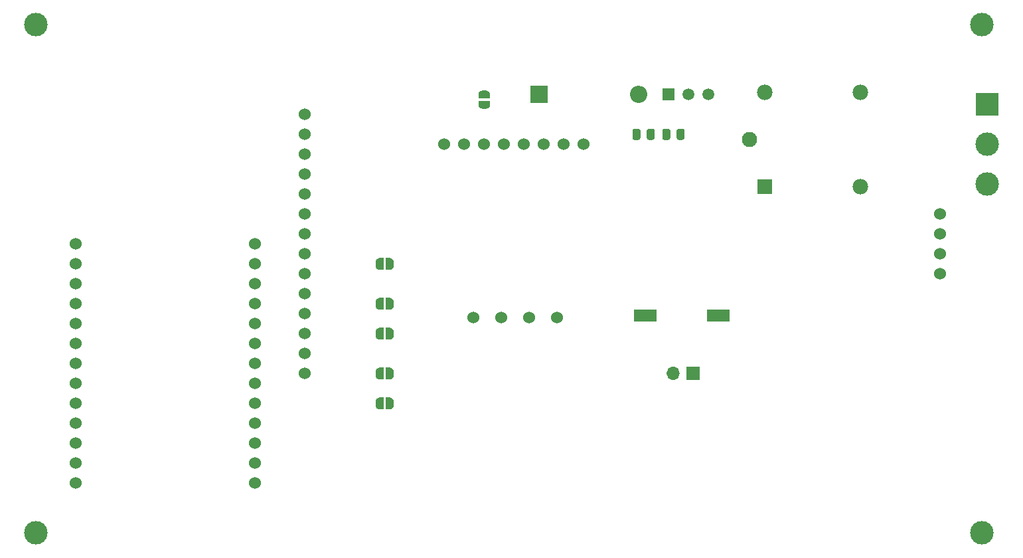
<source format=gbr>
%TF.GenerationSoftware,KiCad,Pcbnew,(5.1.12)-1*%
%TF.CreationDate,2021-12-29T18:15:49+01:00*%
%TF.ProjectId,esp32pcbheater,65737033-3270-4636-9268-65617465722e,rev?*%
%TF.SameCoordinates,Original*%
%TF.FileFunction,Soldermask,Bot*%
%TF.FilePolarity,Negative*%
%FSLAX46Y46*%
G04 Gerber Fmt 4.6, Leading zero omitted, Abs format (unit mm)*
G04 Created by KiCad (PCBNEW (5.1.12)-1) date 2021-12-29 18:15:49*
%MOMM*%
%LPD*%
G01*
G04 APERTURE LIST*
%ADD10R,3.000000X1.524000*%
%ADD11R,2.200000X2.200000*%
%ADD12O,2.200000X2.200000*%
%ADD13C,3.000000*%
%ADD14C,0.100000*%
%ADD15R,1.700000X1.700000*%
%ADD16O,1.700000X1.700000*%
%ADD17R,3.000000X3.000000*%
%ADD18R,1.980000X1.980000*%
%ADD19C,1.935000*%
%ADD20C,1.980000*%
%ADD21C,1.500000*%
%ADD22R,1.500000X1.500000*%
%ADD23C,1.524000*%
G04 APERTURE END LIST*
D10*
%TO.C,BZ1*%
X110744000Y-82753200D03*
X119989600Y-82753200D03*
%TD*%
D11*
%TO.C,D1*%
X97155000Y-54610000D03*
D12*
X109855000Y-54610000D03*
%TD*%
D13*
%TO.C,H1*%
X33020000Y-45720000D03*
%TD*%
%TO.C,H2*%
X153670000Y-45720000D03*
%TD*%
%TO.C,H3*%
X33020000Y-110490000D03*
%TD*%
%TO.C,H4*%
X153670000Y-110490000D03*
%TD*%
D14*
%TO.C,J1*%
G36*
X78120000Y-93230602D02*
G01*
X78144534Y-93230602D01*
X78193365Y-93235412D01*
X78241490Y-93244984D01*
X78288445Y-93259228D01*
X78333778Y-93278005D01*
X78377051Y-93301136D01*
X78417850Y-93328396D01*
X78455779Y-93359524D01*
X78490476Y-93394221D01*
X78521604Y-93432150D01*
X78548864Y-93472949D01*
X78571995Y-93516222D01*
X78590772Y-93561555D01*
X78605016Y-93608510D01*
X78614588Y-93656635D01*
X78619398Y-93705466D01*
X78619398Y-93730000D01*
X78620000Y-93730000D01*
X78620000Y-94230000D01*
X78619398Y-94230000D01*
X78619398Y-94254534D01*
X78614588Y-94303365D01*
X78605016Y-94351490D01*
X78590772Y-94398445D01*
X78571995Y-94443778D01*
X78548864Y-94487051D01*
X78521604Y-94527850D01*
X78490476Y-94565779D01*
X78455779Y-94600476D01*
X78417850Y-94631604D01*
X78377051Y-94658864D01*
X78333778Y-94681995D01*
X78288445Y-94700772D01*
X78241490Y-94715016D01*
X78193365Y-94724588D01*
X78144534Y-94729398D01*
X78120000Y-94729398D01*
X78120000Y-94730000D01*
X77620000Y-94730000D01*
X77620000Y-93230000D01*
X78120000Y-93230000D01*
X78120000Y-93230602D01*
G37*
G36*
X77320000Y-94730000D02*
G01*
X76820000Y-94730000D01*
X76820000Y-94729398D01*
X76795466Y-94729398D01*
X76746635Y-94724588D01*
X76698510Y-94715016D01*
X76651555Y-94700772D01*
X76606222Y-94681995D01*
X76562949Y-94658864D01*
X76522150Y-94631604D01*
X76484221Y-94600476D01*
X76449524Y-94565779D01*
X76418396Y-94527850D01*
X76391136Y-94487051D01*
X76368005Y-94443778D01*
X76349228Y-94398445D01*
X76334984Y-94351490D01*
X76325412Y-94303365D01*
X76320602Y-94254534D01*
X76320602Y-94230000D01*
X76320000Y-94230000D01*
X76320000Y-93730000D01*
X76320602Y-93730000D01*
X76320602Y-93705466D01*
X76325412Y-93656635D01*
X76334984Y-93608510D01*
X76349228Y-93561555D01*
X76368005Y-93516222D01*
X76391136Y-93472949D01*
X76418396Y-93432150D01*
X76449524Y-93394221D01*
X76484221Y-93359524D01*
X76522150Y-93328396D01*
X76562949Y-93301136D01*
X76606222Y-93278005D01*
X76651555Y-93259228D01*
X76698510Y-93244984D01*
X76746635Y-93235412D01*
X76795466Y-93230602D01*
X76820000Y-93230602D01*
X76820000Y-93230000D01*
X77320000Y-93230000D01*
X77320000Y-94730000D01*
G37*
%TD*%
D15*
%TO.C,J2*%
X116840000Y-90170000D03*
D16*
X114300000Y-90170000D03*
%TD*%
D14*
%TO.C,J3*%
G36*
X77320000Y-90920000D02*
G01*
X76820000Y-90920000D01*
X76820000Y-90919398D01*
X76795466Y-90919398D01*
X76746635Y-90914588D01*
X76698510Y-90905016D01*
X76651555Y-90890772D01*
X76606222Y-90871995D01*
X76562949Y-90848864D01*
X76522150Y-90821604D01*
X76484221Y-90790476D01*
X76449524Y-90755779D01*
X76418396Y-90717850D01*
X76391136Y-90677051D01*
X76368005Y-90633778D01*
X76349228Y-90588445D01*
X76334984Y-90541490D01*
X76325412Y-90493365D01*
X76320602Y-90444534D01*
X76320602Y-90420000D01*
X76320000Y-90420000D01*
X76320000Y-89920000D01*
X76320602Y-89920000D01*
X76320602Y-89895466D01*
X76325412Y-89846635D01*
X76334984Y-89798510D01*
X76349228Y-89751555D01*
X76368005Y-89706222D01*
X76391136Y-89662949D01*
X76418396Y-89622150D01*
X76449524Y-89584221D01*
X76484221Y-89549524D01*
X76522150Y-89518396D01*
X76562949Y-89491136D01*
X76606222Y-89468005D01*
X76651555Y-89449228D01*
X76698510Y-89434984D01*
X76746635Y-89425412D01*
X76795466Y-89420602D01*
X76820000Y-89420602D01*
X76820000Y-89420000D01*
X77320000Y-89420000D01*
X77320000Y-90920000D01*
G37*
G36*
X78120000Y-89420602D02*
G01*
X78144534Y-89420602D01*
X78193365Y-89425412D01*
X78241490Y-89434984D01*
X78288445Y-89449228D01*
X78333778Y-89468005D01*
X78377051Y-89491136D01*
X78417850Y-89518396D01*
X78455779Y-89549524D01*
X78490476Y-89584221D01*
X78521604Y-89622150D01*
X78548864Y-89662949D01*
X78571995Y-89706222D01*
X78590772Y-89751555D01*
X78605016Y-89798510D01*
X78614588Y-89846635D01*
X78619398Y-89895466D01*
X78619398Y-89920000D01*
X78620000Y-89920000D01*
X78620000Y-90420000D01*
X78619398Y-90420000D01*
X78619398Y-90444534D01*
X78614588Y-90493365D01*
X78605016Y-90541490D01*
X78590772Y-90588445D01*
X78571995Y-90633778D01*
X78548864Y-90677051D01*
X78521604Y-90717850D01*
X78490476Y-90755779D01*
X78455779Y-90790476D01*
X78417850Y-90821604D01*
X78377051Y-90848864D01*
X78333778Y-90871995D01*
X78288445Y-90890772D01*
X78241490Y-90905016D01*
X78193365Y-90914588D01*
X78144534Y-90919398D01*
X78120000Y-90919398D01*
X78120000Y-90920000D01*
X77620000Y-90920000D01*
X77620000Y-89420000D01*
X78120000Y-89420000D01*
X78120000Y-89420602D01*
G37*
%TD*%
%TO.C,J4*%
G36*
X78120000Y-84340602D02*
G01*
X78144534Y-84340602D01*
X78193365Y-84345412D01*
X78241490Y-84354984D01*
X78288445Y-84369228D01*
X78333778Y-84388005D01*
X78377051Y-84411136D01*
X78417850Y-84438396D01*
X78455779Y-84469524D01*
X78490476Y-84504221D01*
X78521604Y-84542150D01*
X78548864Y-84582949D01*
X78571995Y-84626222D01*
X78590772Y-84671555D01*
X78605016Y-84718510D01*
X78614588Y-84766635D01*
X78619398Y-84815466D01*
X78619398Y-84840000D01*
X78620000Y-84840000D01*
X78620000Y-85340000D01*
X78619398Y-85340000D01*
X78619398Y-85364534D01*
X78614588Y-85413365D01*
X78605016Y-85461490D01*
X78590772Y-85508445D01*
X78571995Y-85553778D01*
X78548864Y-85597051D01*
X78521604Y-85637850D01*
X78490476Y-85675779D01*
X78455779Y-85710476D01*
X78417850Y-85741604D01*
X78377051Y-85768864D01*
X78333778Y-85791995D01*
X78288445Y-85810772D01*
X78241490Y-85825016D01*
X78193365Y-85834588D01*
X78144534Y-85839398D01*
X78120000Y-85839398D01*
X78120000Y-85840000D01*
X77620000Y-85840000D01*
X77620000Y-84340000D01*
X78120000Y-84340000D01*
X78120000Y-84340602D01*
G37*
G36*
X77320000Y-85840000D02*
G01*
X76820000Y-85840000D01*
X76820000Y-85839398D01*
X76795466Y-85839398D01*
X76746635Y-85834588D01*
X76698510Y-85825016D01*
X76651555Y-85810772D01*
X76606222Y-85791995D01*
X76562949Y-85768864D01*
X76522150Y-85741604D01*
X76484221Y-85710476D01*
X76449524Y-85675779D01*
X76418396Y-85637850D01*
X76391136Y-85597051D01*
X76368005Y-85553778D01*
X76349228Y-85508445D01*
X76334984Y-85461490D01*
X76325412Y-85413365D01*
X76320602Y-85364534D01*
X76320602Y-85340000D01*
X76320000Y-85340000D01*
X76320000Y-84840000D01*
X76320602Y-84840000D01*
X76320602Y-84815466D01*
X76325412Y-84766635D01*
X76334984Y-84718510D01*
X76349228Y-84671555D01*
X76368005Y-84626222D01*
X76391136Y-84582949D01*
X76418396Y-84542150D01*
X76449524Y-84504221D01*
X76484221Y-84469524D01*
X76522150Y-84438396D01*
X76562949Y-84411136D01*
X76606222Y-84388005D01*
X76651555Y-84369228D01*
X76698510Y-84354984D01*
X76746635Y-84345412D01*
X76795466Y-84340602D01*
X76820000Y-84340602D01*
X76820000Y-84340000D01*
X77320000Y-84340000D01*
X77320000Y-85840000D01*
G37*
%TD*%
%TO.C,J5*%
G36*
X77320000Y-82030000D02*
G01*
X76820000Y-82030000D01*
X76820000Y-82029398D01*
X76795466Y-82029398D01*
X76746635Y-82024588D01*
X76698510Y-82015016D01*
X76651555Y-82000772D01*
X76606222Y-81981995D01*
X76562949Y-81958864D01*
X76522150Y-81931604D01*
X76484221Y-81900476D01*
X76449524Y-81865779D01*
X76418396Y-81827850D01*
X76391136Y-81787051D01*
X76368005Y-81743778D01*
X76349228Y-81698445D01*
X76334984Y-81651490D01*
X76325412Y-81603365D01*
X76320602Y-81554534D01*
X76320602Y-81530000D01*
X76320000Y-81530000D01*
X76320000Y-81030000D01*
X76320602Y-81030000D01*
X76320602Y-81005466D01*
X76325412Y-80956635D01*
X76334984Y-80908510D01*
X76349228Y-80861555D01*
X76368005Y-80816222D01*
X76391136Y-80772949D01*
X76418396Y-80732150D01*
X76449524Y-80694221D01*
X76484221Y-80659524D01*
X76522150Y-80628396D01*
X76562949Y-80601136D01*
X76606222Y-80578005D01*
X76651555Y-80559228D01*
X76698510Y-80544984D01*
X76746635Y-80535412D01*
X76795466Y-80530602D01*
X76820000Y-80530602D01*
X76820000Y-80530000D01*
X77320000Y-80530000D01*
X77320000Y-82030000D01*
G37*
G36*
X78120000Y-80530602D02*
G01*
X78144534Y-80530602D01*
X78193365Y-80535412D01*
X78241490Y-80544984D01*
X78288445Y-80559228D01*
X78333778Y-80578005D01*
X78377051Y-80601136D01*
X78417850Y-80628396D01*
X78455779Y-80659524D01*
X78490476Y-80694221D01*
X78521604Y-80732150D01*
X78548864Y-80772949D01*
X78571995Y-80816222D01*
X78590772Y-80861555D01*
X78605016Y-80908510D01*
X78614588Y-80956635D01*
X78619398Y-81005466D01*
X78619398Y-81030000D01*
X78620000Y-81030000D01*
X78620000Y-81530000D01*
X78619398Y-81530000D01*
X78619398Y-81554534D01*
X78614588Y-81603365D01*
X78605016Y-81651490D01*
X78590772Y-81698445D01*
X78571995Y-81743778D01*
X78548864Y-81787051D01*
X78521604Y-81827850D01*
X78490476Y-81865779D01*
X78455779Y-81900476D01*
X78417850Y-81931604D01*
X78377051Y-81958864D01*
X78333778Y-81981995D01*
X78288445Y-82000772D01*
X78241490Y-82015016D01*
X78193365Y-82024588D01*
X78144534Y-82029398D01*
X78120000Y-82029398D01*
X78120000Y-82030000D01*
X77620000Y-82030000D01*
X77620000Y-80530000D01*
X78120000Y-80530000D01*
X78120000Y-80530602D01*
G37*
%TD*%
%TO.C,J6*%
G36*
X77320000Y-76950000D02*
G01*
X76820000Y-76950000D01*
X76820000Y-76949398D01*
X76795466Y-76949398D01*
X76746635Y-76944588D01*
X76698510Y-76935016D01*
X76651555Y-76920772D01*
X76606222Y-76901995D01*
X76562949Y-76878864D01*
X76522150Y-76851604D01*
X76484221Y-76820476D01*
X76449524Y-76785779D01*
X76418396Y-76747850D01*
X76391136Y-76707051D01*
X76368005Y-76663778D01*
X76349228Y-76618445D01*
X76334984Y-76571490D01*
X76325412Y-76523365D01*
X76320602Y-76474534D01*
X76320602Y-76450000D01*
X76320000Y-76450000D01*
X76320000Y-75950000D01*
X76320602Y-75950000D01*
X76320602Y-75925466D01*
X76325412Y-75876635D01*
X76334984Y-75828510D01*
X76349228Y-75781555D01*
X76368005Y-75736222D01*
X76391136Y-75692949D01*
X76418396Y-75652150D01*
X76449524Y-75614221D01*
X76484221Y-75579524D01*
X76522150Y-75548396D01*
X76562949Y-75521136D01*
X76606222Y-75498005D01*
X76651555Y-75479228D01*
X76698510Y-75464984D01*
X76746635Y-75455412D01*
X76795466Y-75450602D01*
X76820000Y-75450602D01*
X76820000Y-75450000D01*
X77320000Y-75450000D01*
X77320000Y-76950000D01*
G37*
G36*
X78120000Y-75450602D02*
G01*
X78144534Y-75450602D01*
X78193365Y-75455412D01*
X78241490Y-75464984D01*
X78288445Y-75479228D01*
X78333778Y-75498005D01*
X78377051Y-75521136D01*
X78417850Y-75548396D01*
X78455779Y-75579524D01*
X78490476Y-75614221D01*
X78521604Y-75652150D01*
X78548864Y-75692949D01*
X78571995Y-75736222D01*
X78590772Y-75781555D01*
X78605016Y-75828510D01*
X78614588Y-75876635D01*
X78619398Y-75925466D01*
X78619398Y-75950000D01*
X78620000Y-75950000D01*
X78620000Y-76450000D01*
X78619398Y-76450000D01*
X78619398Y-76474534D01*
X78614588Y-76523365D01*
X78605016Y-76571490D01*
X78590772Y-76618445D01*
X78571995Y-76663778D01*
X78548864Y-76707051D01*
X78521604Y-76747850D01*
X78490476Y-76785779D01*
X78455779Y-76820476D01*
X78417850Y-76851604D01*
X78377051Y-76878864D01*
X78333778Y-76901995D01*
X78288445Y-76920772D01*
X78241490Y-76935016D01*
X78193365Y-76944588D01*
X78144534Y-76949398D01*
X78120000Y-76949398D01*
X78120000Y-76950000D01*
X77620000Y-76950000D01*
X77620000Y-75450000D01*
X78120000Y-75450000D01*
X78120000Y-75450602D01*
G37*
%TD*%
D17*
%TO.C,J7*%
X154305000Y-55880000D03*
D13*
X154305000Y-60960000D03*
X154305000Y-66040000D03*
%TD*%
D14*
%TO.C,JP1*%
G36*
X90920000Y-55410000D02*
G01*
X90920000Y-55910000D01*
X90919398Y-55910000D01*
X90919398Y-55934534D01*
X90914588Y-55983365D01*
X90905016Y-56031490D01*
X90890772Y-56078445D01*
X90871995Y-56123778D01*
X90848864Y-56167051D01*
X90821604Y-56207850D01*
X90790476Y-56245779D01*
X90755779Y-56280476D01*
X90717850Y-56311604D01*
X90677051Y-56338864D01*
X90633778Y-56361995D01*
X90588445Y-56380772D01*
X90541490Y-56395016D01*
X90493365Y-56404588D01*
X90444534Y-56409398D01*
X90420000Y-56409398D01*
X90420000Y-56410000D01*
X89920000Y-56410000D01*
X89920000Y-56409398D01*
X89895466Y-56409398D01*
X89846635Y-56404588D01*
X89798510Y-56395016D01*
X89751555Y-56380772D01*
X89706222Y-56361995D01*
X89662949Y-56338864D01*
X89622150Y-56311604D01*
X89584221Y-56280476D01*
X89549524Y-56245779D01*
X89518396Y-56207850D01*
X89491136Y-56167051D01*
X89468005Y-56123778D01*
X89449228Y-56078445D01*
X89434984Y-56031490D01*
X89425412Y-55983365D01*
X89420602Y-55934534D01*
X89420602Y-55910000D01*
X89420000Y-55910000D01*
X89420000Y-55410000D01*
X90920000Y-55410000D01*
G37*
G36*
X89420602Y-54610000D02*
G01*
X89420602Y-54585466D01*
X89425412Y-54536635D01*
X89434984Y-54488510D01*
X89449228Y-54441555D01*
X89468005Y-54396222D01*
X89491136Y-54352949D01*
X89518396Y-54312150D01*
X89549524Y-54274221D01*
X89584221Y-54239524D01*
X89622150Y-54208396D01*
X89662949Y-54181136D01*
X89706222Y-54158005D01*
X89751555Y-54139228D01*
X89798510Y-54124984D01*
X89846635Y-54115412D01*
X89895466Y-54110602D01*
X89920000Y-54110602D01*
X89920000Y-54110000D01*
X90420000Y-54110000D01*
X90420000Y-54110602D01*
X90444534Y-54110602D01*
X90493365Y-54115412D01*
X90541490Y-54124984D01*
X90588445Y-54139228D01*
X90633778Y-54158005D01*
X90677051Y-54181136D01*
X90717850Y-54208396D01*
X90755779Y-54239524D01*
X90790476Y-54274221D01*
X90821604Y-54312150D01*
X90848864Y-54352949D01*
X90871995Y-54396222D01*
X90890772Y-54441555D01*
X90905016Y-54488510D01*
X90914588Y-54536635D01*
X90919398Y-54585466D01*
X90919398Y-54610000D01*
X90920000Y-54610000D01*
X90920000Y-55110000D01*
X89420000Y-55110000D01*
X89420000Y-54610000D01*
X89420602Y-54610000D01*
G37*
%TD*%
D18*
%TO.C,K1*%
X125980000Y-66325000D03*
D19*
X123980000Y-60325000D03*
D20*
X125980000Y-54325000D03*
X138180000Y-54325000D03*
X138180000Y-66325000D03*
%TD*%
D21*
%TO.C,Q1*%
X116205000Y-54610000D03*
X118745000Y-54610000D03*
D22*
X113665000Y-54610000D03*
%TD*%
%TO.C,R8*%
G36*
G01*
X112875000Y-60140001D02*
X112875000Y-59239999D01*
G75*
G02*
X113124999Y-58990000I249999J0D01*
G01*
X113650001Y-58990000D01*
G75*
G02*
X113900000Y-59239999I0J-249999D01*
G01*
X113900000Y-60140001D01*
G75*
G02*
X113650001Y-60390000I-249999J0D01*
G01*
X113124999Y-60390000D01*
G75*
G02*
X112875000Y-60140001I0J249999D01*
G01*
G37*
G36*
G01*
X114700000Y-60140001D02*
X114700000Y-59239999D01*
G75*
G02*
X114949999Y-58990000I249999J0D01*
G01*
X115475001Y-58990000D01*
G75*
G02*
X115725000Y-59239999I0J-249999D01*
G01*
X115725000Y-60140001D01*
G75*
G02*
X115475001Y-60390000I-249999J0D01*
G01*
X114949999Y-60390000D01*
G75*
G02*
X114700000Y-60140001I0J249999D01*
G01*
G37*
%TD*%
%TO.C,R10*%
G36*
G01*
X109065000Y-60140001D02*
X109065000Y-59239999D01*
G75*
G02*
X109314999Y-58990000I249999J0D01*
G01*
X109840001Y-58990000D01*
G75*
G02*
X110090000Y-59239999I0J-249999D01*
G01*
X110090000Y-60140001D01*
G75*
G02*
X109840001Y-60390000I-249999J0D01*
G01*
X109314999Y-60390000D01*
G75*
G02*
X109065000Y-60140001I0J249999D01*
G01*
G37*
G36*
G01*
X110890000Y-60140001D02*
X110890000Y-59239999D01*
G75*
G02*
X111139999Y-58990000I249999J0D01*
G01*
X111665001Y-58990000D01*
G75*
G02*
X111915000Y-59239999I0J-249999D01*
G01*
X111915000Y-60140001D01*
G75*
G02*
X111665001Y-60390000I-249999J0D01*
G01*
X111139999Y-60390000D01*
G75*
G02*
X110890000Y-60140001I0J249999D01*
G01*
G37*
%TD*%
D23*
%TO.C,U1*%
X67310000Y-57150000D03*
X67310000Y-59690000D03*
X67310000Y-62230000D03*
X67310000Y-64770000D03*
X67310000Y-67310000D03*
X67310000Y-69850000D03*
X67310000Y-72390000D03*
X67310000Y-74930000D03*
X67310000Y-77470000D03*
X67310000Y-80010000D03*
X67310000Y-82550000D03*
X67310000Y-85090000D03*
X67310000Y-87630000D03*
X67310000Y-90170000D03*
X148336000Y-69850000D03*
X148336000Y-72390000D03*
X148336000Y-74930000D03*
X148336000Y-77470000D03*
%TD*%
%TO.C,U2*%
X60960000Y-73660000D03*
X60960000Y-76200000D03*
X60960000Y-78740000D03*
X60960000Y-81280000D03*
X60960000Y-83820000D03*
X60960000Y-86360000D03*
X60960000Y-88900000D03*
X60960000Y-91440000D03*
X60960000Y-93980000D03*
X60960000Y-96520000D03*
X60960000Y-99060000D03*
X60960000Y-101600000D03*
X60960000Y-104140000D03*
X38100000Y-73660000D03*
X38100000Y-76200000D03*
X38100000Y-78740000D03*
X38100000Y-81280000D03*
X38100000Y-83820000D03*
X38100000Y-86360000D03*
X38100000Y-88900000D03*
X38100000Y-91440000D03*
X38100000Y-93980000D03*
X38100000Y-96520000D03*
X38100000Y-99060000D03*
X38100000Y-101600000D03*
X38100000Y-104140000D03*
%TD*%
%TO.C,U3*%
X85090000Y-60960000D03*
X87630000Y-60960000D03*
X90170000Y-60960000D03*
X92710000Y-60960000D03*
X95250000Y-60960000D03*
X97790000Y-60960000D03*
X100330000Y-60960000D03*
X102870000Y-60960000D03*
X88773000Y-83058000D03*
X92329000Y-83058000D03*
X95885000Y-83058000D03*
X99441000Y-83058000D03*
%TD*%
M02*

</source>
